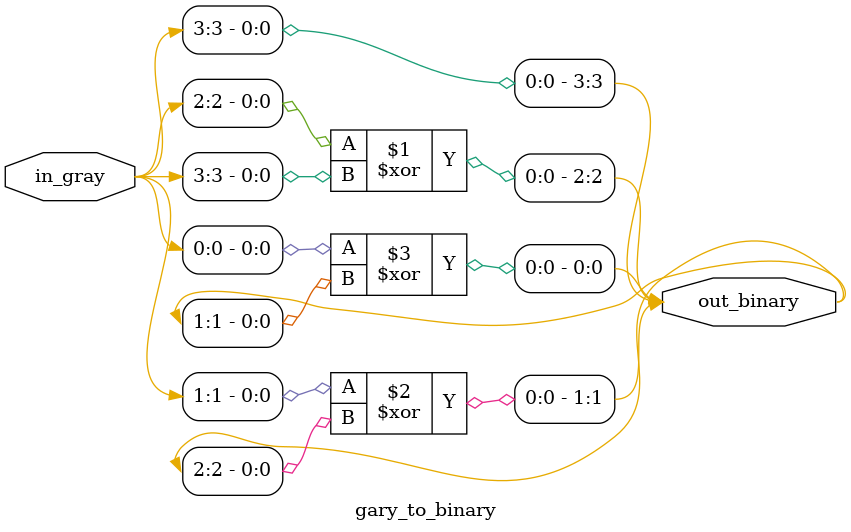
<source format=v>
`timescale 1ns / 1ps
module gary_to_binary(
  
  input [3:0] in_gray,
  output [3:0] out_binary
    );

   buf buf1(out_binary[3],in_gray[3]);
	xor xor1(out_binary[2],in_gray[2],out_binary[3]);
	xor xor2(out_binary[1],in_gray[1],out_binary[2]);
	xor xor3(out_binary[0],in_gray[0],out_binary[1]);

	
endmodule

</source>
